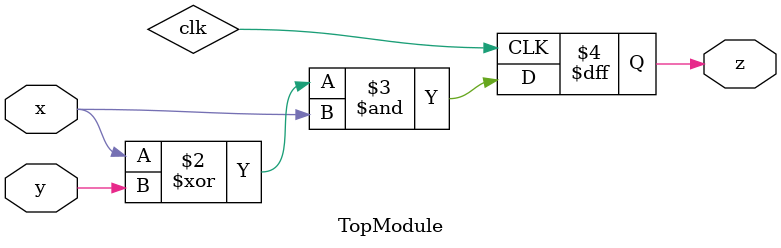
<source format=sv>

module TopModule (
  input x,
  input y,
  output z
);

    // Create an internal expression for z using XOR and AND operators
    always @(posedge clk) begin
        z = ((x ^ y) & x);
    end

endmodule

// VERILOG-EVAL: abnormal backticks count
// VERILOG-EVAL: errant inclusion of module definition

</source>
